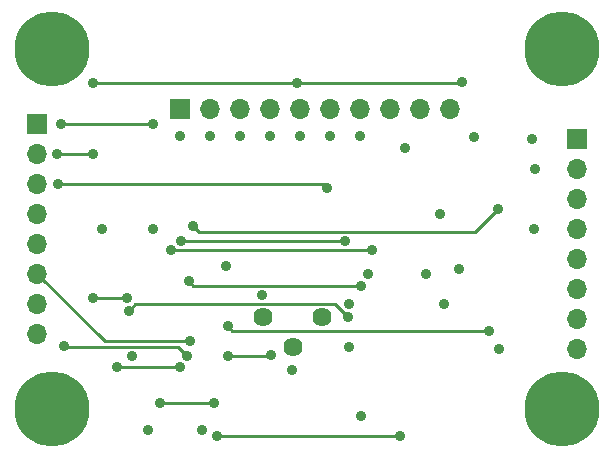
<source format=gbr>
%TF.GenerationSoftware,KiCad,Pcbnew,8.0.1-8.0.1-1~ubuntu22.04.1*%
%TF.CreationDate,2024-05-16T15:07:57-04:00*%
%TF.ProjectId,block-diagram-alex,626c6f63-6b2d-4646-9961-6772616d2d61,rev?*%
%TF.SameCoordinates,Original*%
%TF.FileFunction,Copper,L4,Bot*%
%TF.FilePolarity,Positive*%
%FSLAX46Y46*%
G04 Gerber Fmt 4.6, Leading zero omitted, Abs format (unit mm)*
G04 Created by KiCad (PCBNEW 8.0.1-8.0.1-1~ubuntu22.04.1) date 2024-05-16 15:07:57*
%MOMM*%
%LPD*%
G01*
G04 APERTURE LIST*
%TA.AperFunction,ComponentPad*%
%ADD10C,6.350000*%
%TD*%
%TA.AperFunction,ComponentPad*%
%ADD11R,1.700000X1.700000*%
%TD*%
%TA.AperFunction,ComponentPad*%
%ADD12O,1.700000X1.700000*%
%TD*%
%TA.AperFunction,ComponentPad*%
%ADD13C,1.620000*%
%TD*%
%TA.AperFunction,ViaPad*%
%ADD14C,0.914400*%
%TD*%
%TA.AperFunction,Conductor*%
%ADD15C,0.254000*%
%TD*%
G04 APERTURE END LIST*
D10*
%TO.P,H3,1,1*%
%TO.N,GND*%
X123190000Y-105410000D03*
%TD*%
%TO.P,H2,1,1*%
%TO.N,GND*%
X166370000Y-74930000D03*
%TD*%
%TO.P,H4,1,1*%
%TO.N,GND*%
X166370000Y-105410000D03*
%TD*%
D11*
%TO.P,J3,1,Pin_1*%
%TO.N,/LASER_ENA*%
X133985000Y-80010000D03*
D12*
%TO.P,J3,2,Pin_2*%
%TO.N,/WDT_OUT*%
X136525000Y-80010000D03*
%TO.P,J3,3,Pin_3*%
%TO.N,/KEY_SW*%
X139065000Y-80010000D03*
%TO.P,J3,4,Pin_4*%
%TO.N,/INTERLOCK*%
X141605000Y-80010000D03*
%TO.P,J3,5,Pin_5*%
%TO.N,/MCU_ENA*%
X144145000Y-80010000D03*
%TO.P,J3,6,Pin_6*%
%TO.N,/WD_PHOTODIODE*%
X146685000Y-80010000D03*
%TO.P,J3,7,Pin_7*%
%TO.N,/LC_HIGH*%
X149225000Y-80010000D03*
%TO.P,J3,8,Pin_8*%
%TO.N,/OVERRIDE*%
X151765000Y-80010000D03*
%TO.P,J3,9,Pin_9*%
%TO.N,GND*%
X154305000Y-80010000D03*
%TO.P,J3,10,Pin_10*%
X156845000Y-80010000D03*
%TD*%
D10*
%TO.P,H1,1,1*%
%TO.N,GND*%
X123190000Y-74930000D03*
%TD*%
D13*
%TO.P,RV1,1,1*%
%TO.N,Net-(R2-Pad1)*%
X146065000Y-97695000D03*
%TO.P,RV1,2,2*%
%TO.N,+5V*%
X143565000Y-100195000D03*
%TO.P,RV1,3,3*%
X141065000Y-97695000D03*
%TD*%
D11*
%TO.P,J2,1,Pin_1*%
%TO.N,/LASER_ENA*%
X167640000Y-82550000D03*
D12*
%TO.P,J2,2,Pin_2*%
%TO.N,unconnected-(J2-Pin_2-Pad2)*%
X167640000Y-85090000D03*
%TO.P,J2,3,Pin_3*%
%TO.N,unconnected-(J2-Pin_3-Pad3)*%
X167640000Y-87630000D03*
%TO.P,J2,4,Pin_4*%
%TO.N,+5V*%
X167640000Y-90170000D03*
%TO.P,J2,5,Pin_5*%
X167640000Y-92710000D03*
%TO.P,J2,6,Pin_6*%
%TO.N,GND*%
X167640000Y-95250000D03*
%TO.P,J2,7,Pin_7*%
X167640000Y-97790000D03*
%TO.P,J2,8,Pin_8*%
X167640000Y-100330000D03*
%TD*%
D11*
%TO.P,J1,1,Pin_1*%
%TO.N,/OVERRIDE*%
X121920000Y-81280000D03*
D12*
%TO.P,J1,2,Pin_2*%
%TO.N,/LC_HIGH*%
X121920000Y-83820000D03*
%TO.P,J1,3,Pin_3*%
%TO.N,/WD_PHOTODIODE*%
X121920000Y-86360000D03*
%TO.P,J1,4,Pin_4*%
%TO.N,/MCU_ENA*%
X121920000Y-88900000D03*
%TO.P,J1,5,Pin_5*%
%TO.N,/INTERLOCK*%
X121920000Y-91440000D03*
%TO.P,J1,6,Pin_6*%
%TO.N,/KEY_SW*%
X121920000Y-93980000D03*
%TO.P,J1,7,Pin_7*%
%TO.N,unconnected-(J1-Pin_7-Pad7)*%
X121920000Y-96520000D03*
%TO.P,J1,8,Pin_8*%
%TO.N,unconnected-(J1-Pin_8-Pad8)*%
X121920000Y-99060000D03*
%TD*%
D14*
%TO.N,GND*%
X133985000Y-82296000D03*
X156057600Y-88900000D03*
X144145000Y-82296000D03*
X139065000Y-82296000D03*
X161036000Y-100330000D03*
X157607000Y-93599000D03*
X163957000Y-90170000D03*
X131318000Y-107188000D03*
X136525000Y-82296000D03*
X146685000Y-82296000D03*
X149225000Y-82296000D03*
X149961600Y-93980000D03*
X148336000Y-96520000D03*
X153035000Y-83312000D03*
X135890000Y-107188000D03*
X141605000Y-82296000D03*
X149352000Y-106045000D03*
X158877000Y-82423000D03*
X127381000Y-90170000D03*
X129921000Y-100965000D03*
%TO.N,+5V*%
X154838400Y-93980000D03*
X143510000Y-102108000D03*
X164084000Y-85090000D03*
X131699000Y-90170000D03*
X148333000Y-100203000D03*
X137922000Y-93345000D03*
X163779200Y-82600800D03*
X156337000Y-96520000D03*
X140970000Y-95758000D03*
%TO.N,Net-(Q3-D)*%
X137160000Y-107696000D03*
X132334000Y-104902000D03*
X152654000Y-107696000D03*
X136906000Y-104902000D03*
%TO.N,Net-(Q3-G)*%
X128651000Y-101854000D03*
X133988694Y-101856268D03*
%TO.N,Net-(U1-Pad10)*%
X160147000Y-98809800D03*
X138049000Y-98425000D03*
%TO.N,Net-(U6-TR)*%
X129667000Y-97155000D03*
X148209000Y-97663000D03*
%TO.N,/LC_HIGH*%
X129540000Y-96012000D03*
X123571000Y-83820000D03*
X126619000Y-83820000D03*
X134112000Y-91186000D03*
X126619000Y-96012000D03*
X147955000Y-91186000D03*
%TO.N,/WD_PHOTODIODE*%
X123698000Y-86360000D03*
X146431000Y-86690000D03*
%TO.N,/OVERRIDE*%
X123952000Y-81280000D03*
X133223000Y-91948000D03*
X131699000Y-81280000D03*
X150241000Y-91948000D03*
%TO.N,/KEY_SW*%
X134874000Y-99695000D03*
%TO.N,/MCU_ENA*%
X143891000Y-77851000D03*
X126619000Y-77851000D03*
X157861000Y-77724000D03*
%TO.N,/INTERLOCK*%
X141732000Y-100838000D03*
X124206000Y-100076000D03*
X134620000Y-100965000D03*
X138049000Y-100965000D03*
%TO.N,/LASER_ENA*%
X135128000Y-89916000D03*
X160929363Y-88481671D03*
%TO.N,/WDT_OUT*%
X134776224Y-94631430D03*
X149352000Y-94996000D03*
%TD*%
D15*
%TO.N,Net-(Q3-D)*%
X136906000Y-104902000D02*
X132334000Y-104902000D01*
X152654000Y-107696000D02*
X137160000Y-107696000D01*
%TO.N,Net-(Q3-G)*%
X133986426Y-101854000D02*
X133988694Y-101856268D01*
X128651000Y-101854000D02*
X133986426Y-101854000D01*
%TO.N,Net-(U1-Pad10)*%
X160270200Y-98809800D02*
X160274000Y-98806000D01*
X138433800Y-98809800D02*
X160147000Y-98809800D01*
X138049000Y-98425000D02*
X138433800Y-98809800D01*
X160270200Y-98809800D02*
X160147000Y-98809800D01*
%TO.N,Net-(U6-TR)*%
X130241800Y-96580200D02*
X147126200Y-96580200D01*
X147126200Y-96580200D02*
X148209000Y-97663000D01*
X129667000Y-97155000D02*
X130241800Y-96580200D01*
%TO.N,/LC_HIGH*%
X123571000Y-83820000D02*
X126619000Y-83820000D01*
X134112000Y-91186000D02*
X147955000Y-91186000D01*
X126619000Y-96012000D02*
X129540000Y-96012000D01*
%TO.N,/WD_PHOTODIODE*%
X146431000Y-86360000D02*
X146494500Y-86423500D01*
X146431000Y-86487000D02*
X146431000Y-86690000D01*
X146494500Y-86423500D02*
X146431000Y-86487000D01*
X123698000Y-86360000D02*
X146431000Y-86360000D01*
%TO.N,/OVERRIDE*%
X133223000Y-91948000D02*
X150241000Y-91948000D01*
X123952000Y-81280000D02*
X131699000Y-81280000D01*
%TO.N,/KEY_SW*%
X127635000Y-99695000D02*
X121920000Y-93980000D01*
X134874000Y-99695000D02*
X127635000Y-99695000D01*
%TO.N,/MCU_ENA*%
X143891000Y-77851000D02*
X126619000Y-77851000D01*
X157734000Y-77851000D02*
X157861000Y-77724000D01*
X143891000Y-77851000D02*
X157734000Y-77851000D01*
%TO.N,/INTERLOCK*%
X124333000Y-100203000D02*
X124206000Y-100076000D01*
X141605000Y-100965000D02*
X141732000Y-100838000D01*
X133858000Y-100203000D02*
X124333000Y-100203000D01*
X134620000Y-100965000D02*
X133858000Y-100203000D01*
X138049000Y-100965000D02*
X141605000Y-100965000D01*
%TO.N,/LASER_ENA*%
X158987034Y-90424000D02*
X135636000Y-90424000D01*
X160929363Y-88481671D02*
X158987034Y-90424000D01*
X135636000Y-90424000D02*
X135128000Y-89916000D01*
%TO.N,/WDT_OUT*%
X134776224Y-94631430D02*
X135140794Y-94996000D01*
X135140794Y-94996000D02*
X149352000Y-94996000D01*
%TD*%
M02*

</source>
